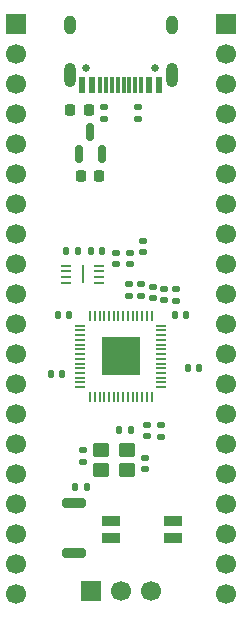
<source format=gbr>
%TF.GenerationSoftware,KiCad,Pcbnew,9.0.6*%
%TF.CreationDate,2026-01-03T15:13:42+00:00*%
%TF.ProjectId,Metaboard,4d657461-626f-4617-9264-2e6b69636164,rev?*%
%TF.SameCoordinates,Original*%
%TF.FileFunction,Soldermask,Top*%
%TF.FilePolarity,Negative*%
%FSLAX46Y46*%
G04 Gerber Fmt 4.6, Leading zero omitted, Abs format (unit mm)*
G04 Created by KiCad (PCBNEW 9.0.6) date 2026-01-03 15:13:42*
%MOMM*%
%LPD*%
G01*
G04 APERTURE LIST*
G04 Aperture macros list*
%AMRoundRect*
0 Rectangle with rounded corners*
0 $1 Rounding radius*
0 $2 $3 $4 $5 $6 $7 $8 $9 X,Y pos of 4 corners*
0 Add a 4 corners polygon primitive as box body*
4,1,4,$2,$3,$4,$5,$6,$7,$8,$9,$2,$3,0*
0 Add four circle primitives for the rounded corners*
1,1,$1+$1,$2,$3*
1,1,$1+$1,$4,$5*
1,1,$1+$1,$6,$7*
1,1,$1+$1,$8,$9*
0 Add four rect primitives between the rounded corners*
20,1,$1+$1,$2,$3,$4,$5,0*
20,1,$1+$1,$4,$5,$6,$7,0*
20,1,$1+$1,$6,$7,$8,$9,0*
20,1,$1+$1,$8,$9,$2,$3,0*%
G04 Aperture macros list end*
%ADD10RoundRect,0.140000X-0.170000X0.140000X-0.170000X-0.140000X0.170000X-0.140000X0.170000X0.140000X0*%
%ADD11RoundRect,0.140000X-0.140000X-0.170000X0.140000X-0.170000X0.140000X0.170000X-0.140000X0.170000X0*%
%ADD12RoundRect,0.135000X-0.185000X0.135000X-0.185000X-0.135000X0.185000X-0.135000X0.185000X0.135000X0*%
%ADD13RoundRect,0.140000X0.170000X-0.140000X0.170000X0.140000X-0.170000X0.140000X-0.170000X-0.140000X0*%
%ADD14RoundRect,0.250000X0.450000X0.350000X-0.450000X0.350000X-0.450000X-0.350000X0.450000X-0.350000X0*%
%ADD15R,1.700000X1.700000*%
%ADD16C,1.700000*%
%ADD17RoundRect,0.135000X0.135000X0.185000X-0.135000X0.185000X-0.135000X-0.185000X0.135000X-0.185000X0*%
%ADD18RoundRect,0.200000X0.800000X-0.200000X0.800000X0.200000X-0.800000X0.200000X-0.800000X-0.200000X0*%
%ADD19RoundRect,0.150000X0.150000X-0.587500X0.150000X0.587500X-0.150000X0.587500X-0.150000X-0.587500X0*%
%ADD20RoundRect,0.140000X0.140000X0.170000X-0.140000X0.170000X-0.140000X-0.170000X0.140000X-0.170000X0*%
%ADD21RoundRect,0.135000X-0.135000X-0.185000X0.135000X-0.185000X0.135000X0.185000X-0.135000X0.185000X0*%
%ADD22C,0.650000*%
%ADD23R,0.600000X1.450000*%
%ADD24R,0.300000X1.450000*%
%ADD25O,1.000000X2.100000*%
%ADD26O,1.000000X1.600000*%
%ADD27RoundRect,0.225000X0.225000X0.250000X-0.225000X0.250000X-0.225000X-0.250000X0.225000X-0.250000X0*%
%ADD28RoundRect,0.062500X-0.387500X-0.062500X0.387500X-0.062500X0.387500X0.062500X-0.387500X0.062500X0*%
%ADD29R,0.200000X1.600000*%
%ADD30RoundRect,0.050000X-0.387500X-0.050000X0.387500X-0.050000X0.387500X0.050000X-0.387500X0.050000X0*%
%ADD31RoundRect,0.050000X-0.050000X-0.387500X0.050000X-0.387500X0.050000X0.387500X-0.050000X0.387500X0*%
%ADD32R,3.200000X3.200000*%
%ADD33RoundRect,0.082000X0.718000X-0.328000X0.718000X0.328000X-0.718000X0.328000X-0.718000X-0.328000X0*%
%ADD34RoundRect,0.082000X-0.718000X0.328000X-0.718000X-0.328000X0.718000X-0.328000X0.718000X0.328000X0*%
G04 APERTURE END LIST*
D10*
%TO.C,C10*%
X115000000Y-102020000D03*
X115000000Y-102980000D03*
%TD*%
D11*
%TO.C,C3*%
X116200000Y-92660000D03*
X117160000Y-92660000D03*
%TD*%
D12*
%TO.C,R3*%
X112260000Y-90080000D03*
X112260000Y-91100000D03*
%TD*%
D13*
%TO.C,C4*%
X115300000Y-91460000D03*
X115300000Y-90500000D03*
%TD*%
D14*
%TO.C,Y1*%
X112145000Y-104090000D03*
X109945000Y-104090000D03*
X109945000Y-105790000D03*
X112145000Y-105790000D03*
%TD*%
D15*
%TO.C,J3*%
X120490000Y-68070000D03*
D16*
X120490000Y-70610000D03*
X120490000Y-73150000D03*
X120490000Y-75690000D03*
X120490000Y-78230000D03*
X120490000Y-80770000D03*
X120490000Y-83310000D03*
X120490000Y-85850000D03*
X120490000Y-88390000D03*
X120490000Y-90930000D03*
X120490000Y-93470000D03*
X120490000Y-96010000D03*
X120490000Y-98550000D03*
X120490000Y-101090000D03*
X120490000Y-103630000D03*
X120490000Y-106170000D03*
X120490000Y-108710000D03*
X120490000Y-111250000D03*
X120490000Y-113790000D03*
X120490000Y-116330000D03*
%TD*%
D17*
%TO.C,R6*%
X108740000Y-107280000D03*
X107720000Y-107280000D03*
%TD*%
D13*
%TO.C,C11*%
X111200000Y-88380000D03*
X111200000Y-87420000D03*
%TD*%
D18*
%TO.C,SW1*%
X107600000Y-112800000D03*
X107600000Y-108600000D03*
%TD*%
D13*
%TO.C,C9*%
X113500000Y-87360000D03*
X113500000Y-86400000D03*
%TD*%
D15*
%TO.C,J2*%
X102710000Y-68070000D03*
D16*
X102710000Y-70610000D03*
X102710000Y-73150000D03*
X102710000Y-75690000D03*
X102710000Y-78230000D03*
X102710000Y-80770000D03*
X102710000Y-83310000D03*
X102710000Y-85850000D03*
X102710000Y-88390000D03*
X102710000Y-90930000D03*
X102710000Y-93470000D03*
X102710000Y-96010000D03*
X102710000Y-98550000D03*
X102710000Y-101090000D03*
X102710000Y-103630000D03*
X102710000Y-106170000D03*
X102710000Y-108710000D03*
X102710000Y-111250000D03*
X102710000Y-113790000D03*
X102710000Y-116330000D03*
%TD*%
D13*
%TO.C,C1*%
X116300000Y-91480000D03*
X116300000Y-90520000D03*
%TD*%
D19*
%TO.C,U4*%
X108070000Y-79035000D03*
X109970000Y-79035000D03*
X109020000Y-77160000D03*
%TD*%
D13*
%TO.C,C2*%
X112400000Y-88400000D03*
X112400000Y-87440000D03*
%TD*%
D20*
%TO.C,C7*%
X106610000Y-97710000D03*
X105650000Y-97710000D03*
%TD*%
%TO.C,C6*%
X107220000Y-92700000D03*
X106260000Y-92700000D03*
%TD*%
D13*
%TO.C,C16*%
X113670000Y-105770000D03*
X113670000Y-104810000D03*
%TD*%
D11*
%TO.C,C5*%
X117280000Y-97180000D03*
X118240000Y-97180000D03*
%TD*%
D15*
%TO.C,J4*%
X109060000Y-116090000D03*
D16*
X111600000Y-116090000D03*
X114140000Y-116090000D03*
%TD*%
D10*
%TO.C,C8*%
X113800000Y-102000000D03*
X113800000Y-102960000D03*
%TD*%
D13*
%TO.C,C12*%
X114300000Y-91290000D03*
X114300000Y-90330000D03*
%TD*%
D21*
%TO.C,R5*%
X111450000Y-102390000D03*
X112470000Y-102390000D03*
%TD*%
D22*
%TO.C,J1*%
X114470000Y-71800000D03*
X108690000Y-71800000D03*
D23*
X114830000Y-73245000D03*
X114030000Y-73245000D03*
D24*
X112830000Y-73245000D03*
X111830000Y-73245000D03*
X111330000Y-73245000D03*
X110330000Y-73245000D03*
D23*
X109130000Y-73245000D03*
X108330000Y-73245000D03*
X108330000Y-73245000D03*
X109130000Y-73245000D03*
D24*
X109830000Y-73245000D03*
X110830000Y-73245000D03*
X112330000Y-73245000D03*
X113330000Y-73245000D03*
D23*
X114030000Y-73245000D03*
X114830000Y-73245000D03*
D25*
X115900000Y-72330000D03*
D26*
X115900000Y-68150000D03*
D25*
X107260000Y-72330000D03*
D26*
X107260000Y-68150000D03*
%TD*%
D20*
%TO.C,C17*%
X110000000Y-87300000D03*
X109040000Y-87300000D03*
%TD*%
D12*
%TO.C,R1*%
X113060000Y-75060000D03*
X113060000Y-76080000D03*
%TD*%
%TO.C,R4*%
X113350000Y-90075000D03*
X113350000Y-91095000D03*
%TD*%
D27*
%TO.C,C14*%
X109775000Y-80900000D03*
X108225000Y-80900000D03*
%TD*%
%TO.C,C13*%
X108890000Y-75340000D03*
X107340000Y-75340000D03*
%TD*%
D10*
%TO.C,C15*%
X108400000Y-104140000D03*
X108400000Y-105100000D03*
%TD*%
D28*
%TO.C,U3*%
X106942102Y-88500000D03*
X106942102Y-89000000D03*
X106942102Y-89500000D03*
X106942102Y-90000000D03*
X109792102Y-90000000D03*
X109792102Y-89500000D03*
X109792102Y-89000000D03*
X109792102Y-88500000D03*
D29*
X108367102Y-89250000D03*
%TD*%
D12*
%TO.C,R2*%
X110190000Y-75050000D03*
X110190000Y-76070000D03*
%TD*%
D21*
%TO.C,R7*%
X106970000Y-87310000D03*
X107990000Y-87310000D03*
%TD*%
D30*
%TO.C,U1*%
X108162500Y-93600000D03*
X108162500Y-94000000D03*
X108162500Y-94400000D03*
X108162500Y-94800000D03*
X108162500Y-95200000D03*
X108162500Y-95600000D03*
X108162500Y-96000000D03*
X108162500Y-96400000D03*
X108162500Y-96800000D03*
X108162500Y-97200000D03*
X108162500Y-97600000D03*
X108162500Y-98000000D03*
X108162500Y-98400000D03*
X108162500Y-98800000D03*
D31*
X109000000Y-99637500D03*
X109400000Y-99637500D03*
X109800000Y-99637500D03*
X110200000Y-99637500D03*
X110600000Y-99637500D03*
X111000000Y-99637500D03*
X111400000Y-99637500D03*
X111800000Y-99637500D03*
X112200000Y-99637500D03*
X112600000Y-99637500D03*
X113000000Y-99637500D03*
X113400000Y-99637500D03*
X113800000Y-99637500D03*
X114200000Y-99637500D03*
D30*
X115037500Y-98800000D03*
X115037500Y-98400000D03*
X115037500Y-98000000D03*
X115037500Y-97600000D03*
X115037500Y-97200000D03*
X115037500Y-96800000D03*
X115037500Y-96400000D03*
X115037500Y-96000000D03*
X115037500Y-95600000D03*
X115037500Y-95200000D03*
X115037500Y-94800000D03*
X115037500Y-94400000D03*
X115037500Y-94000000D03*
X115037500Y-93600000D03*
D31*
X114200000Y-92762500D03*
X113800000Y-92762500D03*
X113400000Y-92762500D03*
X113000000Y-92762500D03*
X112600000Y-92762500D03*
X112200000Y-92762500D03*
X111800000Y-92762500D03*
X111400000Y-92762500D03*
X111000000Y-92762500D03*
X110600000Y-92762500D03*
X110200000Y-92762500D03*
X109800000Y-92762500D03*
X109400000Y-92762500D03*
X109000000Y-92762500D03*
D32*
X111600000Y-96200000D03*
%TD*%
D33*
%TO.C,D1*%
X110800000Y-111600000D03*
D34*
X116000000Y-111600000D03*
D33*
X116000000Y-110100000D03*
D34*
X110800000Y-110100000D03*
%TD*%
M02*

</source>
